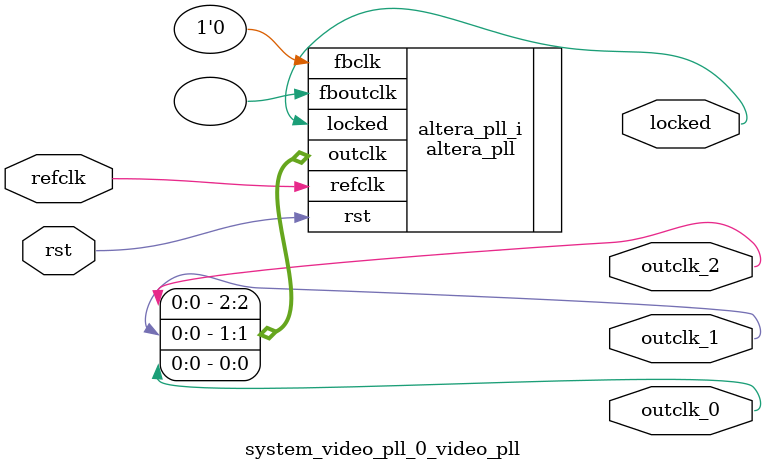
<source format=v>
`timescale 1ns/10ps
module  system_video_pll_0_video_pll(

	// interface 'refclk'
	input wire refclk,

	// interface 'reset'
	input wire rst,

	// interface 'outclk0'
	output wire outclk_0,

	// interface 'outclk1'
	output wire outclk_1,

	// interface 'outclk2'
	output wire outclk_2,

	// interface 'locked'
	output wire locked
);

	altera_pll #(
		.fractional_vco_multiplier("false"),
		.reference_clock_frequency("50.0 MHz"),
		.operation_mode("direct"),
		.number_of_clocks(3),
		.output_clock_frequency0("25.000000 MHz"),
		.phase_shift0("0 ps"),
		.duty_cycle0(50),
		.output_clock_frequency1("107.692307 MHz"),
		.phase_shift1("0 ps"),
		.duty_cycle1(50),
		.output_clock_frequency2("33.333333 MHz"),
		.phase_shift2("0 ps"),
		.duty_cycle2(50),
		.output_clock_frequency3("0 MHz"),
		.phase_shift3("0 ps"),
		.duty_cycle3(50),
		.output_clock_frequency4("0 MHz"),
		.phase_shift4("0 ps"),
		.duty_cycle4(50),
		.output_clock_frequency5("0 MHz"),
		.phase_shift5("0 ps"),
		.duty_cycle5(50),
		.output_clock_frequency6("0 MHz"),
		.phase_shift6("0 ps"),
		.duty_cycle6(50),
		.output_clock_frequency7("0 MHz"),
		.phase_shift7("0 ps"),
		.duty_cycle7(50),
		.output_clock_frequency8("0 MHz"),
		.phase_shift8("0 ps"),
		.duty_cycle8(50),
		.output_clock_frequency9("0 MHz"),
		.phase_shift9("0 ps"),
		.duty_cycle9(50),
		.output_clock_frequency10("0 MHz"),
		.phase_shift10("0 ps"),
		.duty_cycle10(50),
		.output_clock_frequency11("0 MHz"),
		.phase_shift11("0 ps"),
		.duty_cycle11(50),
		.output_clock_frequency12("0 MHz"),
		.phase_shift12("0 ps"),
		.duty_cycle12(50),
		.output_clock_frequency13("0 MHz"),
		.phase_shift13("0 ps"),
		.duty_cycle13(50),
		.output_clock_frequency14("0 MHz"),
		.phase_shift14("0 ps"),
		.duty_cycle14(50),
		.output_clock_frequency15("0 MHz"),
		.phase_shift15("0 ps"),
		.duty_cycle15(50),
		.output_clock_frequency16("0 MHz"),
		.phase_shift16("0 ps"),
		.duty_cycle16(50),
		.output_clock_frequency17("0 MHz"),
		.phase_shift17("0 ps"),
		.duty_cycle17(50),
		.pll_type("General"),
		.pll_subtype("General")
	) altera_pll_i (
		.rst	(rst),
		.outclk	({outclk_2, outclk_1, outclk_0}),
		.locked	(locked),
		.fboutclk	( ),
		.fbclk	(1'b0),
		.refclk	(refclk)
	);
endmodule


</source>
